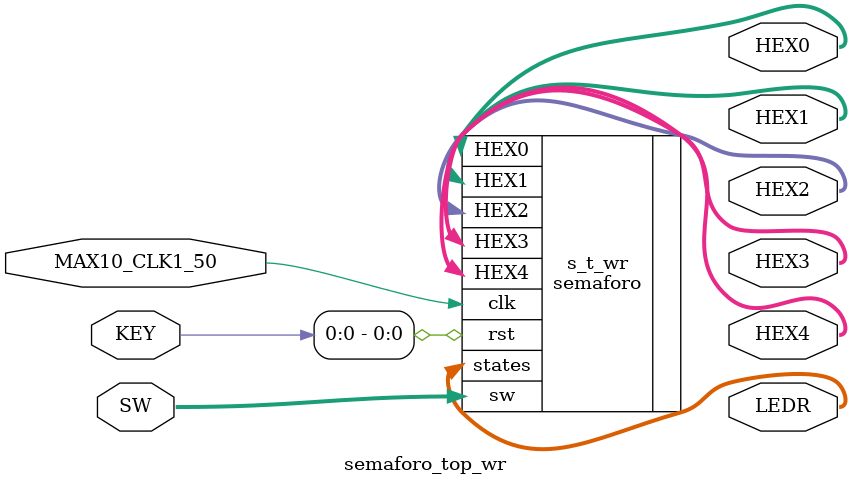
<source format=v>
module semaforo_top_wr (
    input MAX10_CLK1_50,
	 input [1:0] KEY,
    input [9:0] SW,
	 output [9:0] LEDR,
    output [6:0] HEX4, HEX3, HEX2, HEX1, HEX0
);

	semaforo s_t_wr(
	.clk(MAX10_CLK1_50),
	.rst(KEY[0]),
   .sw(SW[9:0]),
	.states(LEDR[9:0]),
   .HEX4(HEX4[6:0]), 
	.HEX3(HEX3[6:0]), 
	.HEX2(HEX2[6:0]), 
	.HEX1(HEX1[6:0]), 
	.HEX0(HEX0[6:0])
	 );
	 
endmodule
</source>
